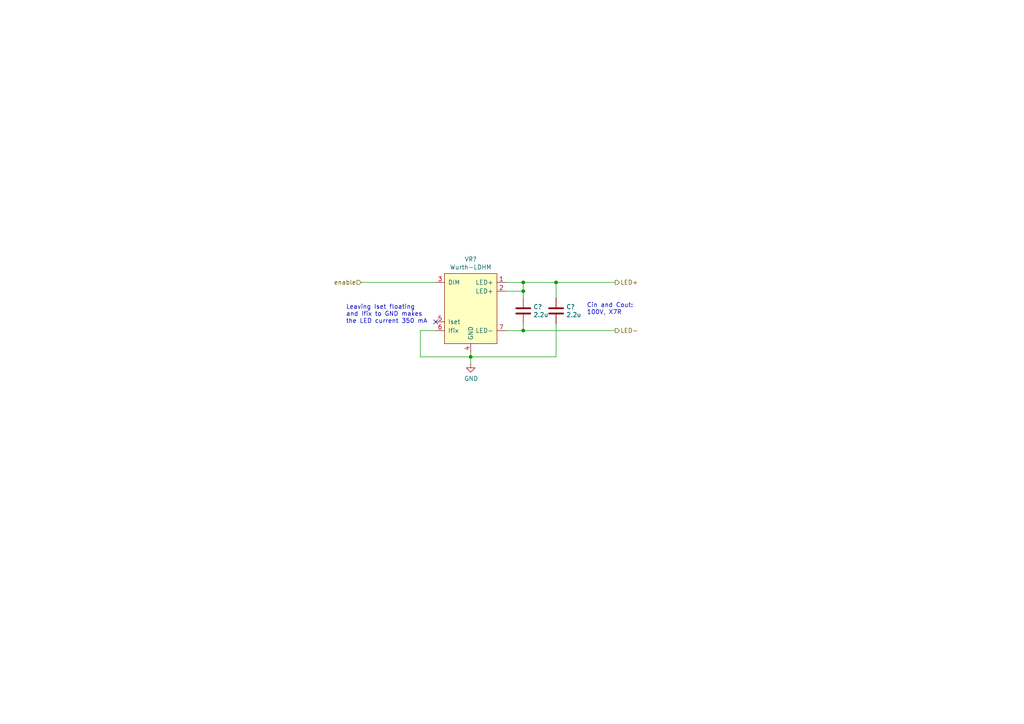
<source format=kicad_sch>
(kicad_sch (version 20230121) (generator eeschema)
  (paper "A4")
  (title_block (title "Schematic Blocks") (date "2019-12-05") (rev "1.0") (company "KTH Formula Student") (comment 1 " - ") (comment 2 "Jordi Altayó") (comment 3 "jordiag@kth.se"))
  (lib_symbols
    (symbol "Device:C" (pin_numbers hide) (pin_names (offset 0.254))
      (property "Reference" "C" (at 0.635 2.54 0))
      (property "Value" "C" (at 0.635 -2.54 0))
      (symbol "C_0_1"
        (polyline (pts (xy -2.032 -0.762) (xy 2.032 -0.762)) (stroke (width 0.508)))
        (polyline (pts (xy -2.032 0.762) (xy 2.032 0.762)) (stroke (width 0.508)))
      )
      (symbol "C_1_1"
        (pin passive line (at 0 3.81 270) (length 2.794) (name "~") (number "1"))
        (pin passive line (at 0 -3.81 90) (length 2.794) (name "~") (number "2"))
      )
    )
    (symbol "KTHFS:Wurth-LDHM" (pin_names (offset 1.016))
      (property "Reference" "VR" (at -6.35 10.16 0))
      (property "Value" "Wurth-LDHM" (at 0 0 0))
      (symbol "Wurth-LDHM_0_1"
        (rectangle (start -7.62 -11.43) (end 7.62 8.89) (fill (type background)))
      )
      (symbol "Wurth-LDHM_1_1"
        (pin power_in line (at 10.16 6.35 180) (length 2.54) (name "LED+") (number "1"))
        (pin power_in line (at 10.16 3.81 180) (length 2.54) (name "LED+") (number "2"))
        (pin power_in line (at -10.16 6.35 0) (length 2.54) (name "DIM") (number "3"))
        (pin power_in line (at 0 -13.97 90) (length 2.54) (name "GND") (number "4"))
        (pin power_in line (at -10.16 -5.08 0) (length 2.54) (name "Iset") (number "5"))
        (pin power_in line (at -10.16 -7.62 0) (length 2.54) (name "Ifix") (number "6"))
        (pin power_in line (at 10.16 -7.62 180) (length 2.54) (name "LED-") (number "7"))
      )
    )
    (symbol "power:GND" (power) (pin_names (offset 0))
      (property "Value" "GND" (at 0 -3.81 0))
      (symbol "GND_0_1"
        (polyline (pts (xy 0 0) (xy 0 -1.27) (xy 1.27 -1.27) (xy 0 -2.54) (xy -1.27 -1.27) (xy 0 -1.27)))
      )
      (symbol "GND_1_1"
        (pin power_in line (at 0 0 270) (length 0) hide (name "GND") (number "1"))
      )
    )
  )
  (junction (at 151.765 84.455))
  (junction (at 151.765 81.915))
  (junction (at 161.29 81.915))
  (junction (at 151.765 95.885))
  (junction (at 136.525 103.505))
  (no_connect (at 126.365 93.345))
  (wire (pts (xy 151.765 95.885) (xy 151.765 93.98)))
  (wire (pts (xy 121.92 95.885) (xy 121.92 103.505)))
  (wire (pts (xy 161.29 81.915) (xy 178.435 81.915)))
  (wire (pts (xy 146.685 81.915) (xy 151.765 81.915)))
  (wire (pts (xy 151.765 84.455) (xy 151.765 86.36)))
  (wire (pts (xy 161.29 103.505) (xy 136.525 103.505)))
  (wire (pts (xy 161.29 81.915) (xy 151.765 81.915)))
  (wire (pts (xy 151.765 95.885) (xy 178.435 95.885)))
  (wire (pts (xy 151.765 81.915) (xy 151.765 84.455)))
  (wire (pts (xy 126.365 95.885) (xy 121.92 95.885)))
  (wire (pts (xy 136.525 103.505) (xy 136.525 102.235)))
  (wire (pts (xy 161.29 86.36) (xy 161.29 81.915)))
  (wire (pts (xy 136.525 105.41) (xy 136.525 103.505)))
  (wire (pts (xy 146.685 95.885) (xy 151.765 95.885)))
  (wire (pts (xy 121.92 103.505) (xy 136.525 103.505)))
  (wire (pts (xy 161.29 93.98) (xy 161.29 103.505)))
  (wire (pts (xy 126.365 81.915) (xy 104.775 81.915)))
  (wire (pts (xy 146.685 84.455) (xy 151.765 84.455)))
  (text "Cin and Cout: \n100V, X7R" (at 170.18 91.44 0) (effects (font (size 1.27 1.27)) (justify left bottom)))
  (text "Leaving Iset floating\nand Ifix to GND makes\nthe LED current 350 mA" (at 100.33 93.98 0) (effects (font (size 1.27 1.27)) (justify left bottom)))
  (hierarchical_label "LED-" (shape output) (at 178.435 95.885 0))
  (hierarchical_label "LED+" (shape output) (at 178.435 81.915 0))
  (hierarchical_label "enable" (shape input) (at 104.775 81.915 180))
  (symbol (lib_id "KTHFS:Wurth-LDHM") (at 136.525 88.265 0) (unit 1)
    (property "Reference" "VR?" (at 136.525 75.184 0))
    (property "Value" "Wurth-LDHM" (at 136.525 77.4954 0))
    (property "Footprint" "Package_TO_SOT_SMD:TO-263-7_TabPin4" (effects hide))
    (property "Datasheet" "https://katalog.we-online.de/pm/datasheet/172946001.pdf" (effects hide))
  )
  (symbol (lib_id "Device:C") (at 151.765 90.17 0) (unit 1)
    (property "Reference" "C?" (at 154.686 89.0016 0) (effects (justify left)))
    (property "Value" "2.2u" (at 154.686 91.313 0) (effects (justify left)))
    (property "Footprint" "Capacitor_SMD:C_1210_3225Metric" (effects hide))
  )
  (symbol (lib_id "power:GND") (at 136.525 105.41 0) (unit 1)
    (property "Reference" "#PWR?" (effects hide))
    (property "Value" "GND" (at 136.652 109.8042 0))
  )
  (symbol (lib_id "Device:C") (at 161.29 90.17 0) (unit 1)
    (property "Reference" "C?" (at 164.211 89.0016 0) (effects (justify left)))
    (property "Value" "2.2u" (at 164.211 91.313 0) (effects (justify left)))
    (property "Footprint" "Capacitor_SMD:C_1210_3225Metric" (effects hide))
  )
)
</source>
